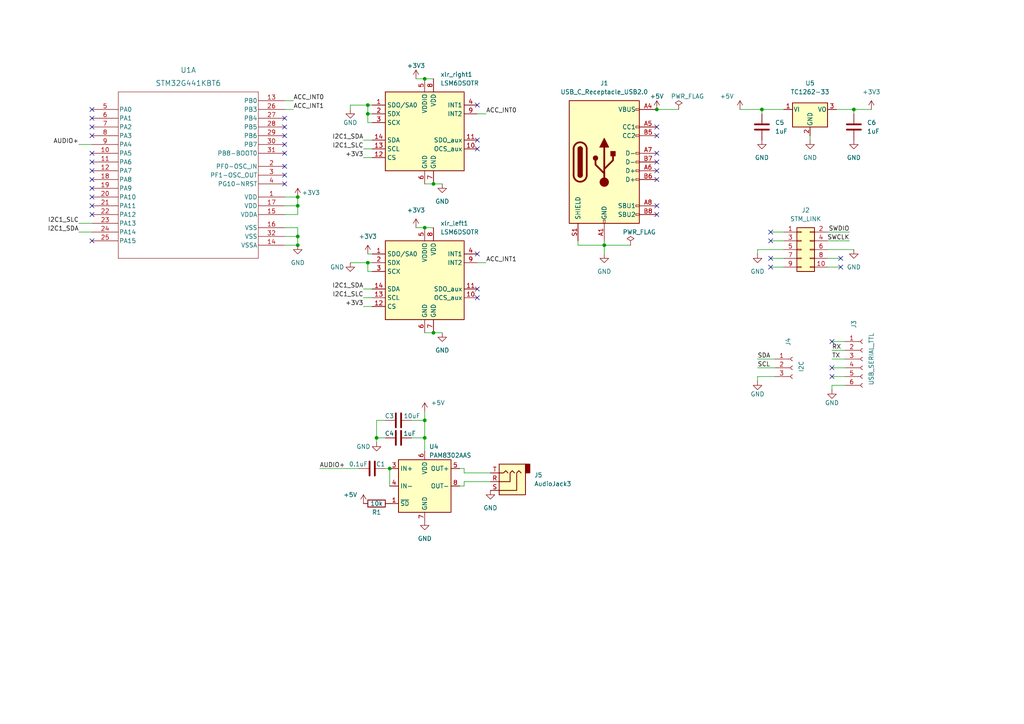
<source format=kicad_sch>
(kicad_sch (version 20211123) (generator eeschema)
  (paper "A4")
  (lib_symbols
    (symbol "Amplifier_Audio:PAM8302AAS"
      (property "Reference" "U" (at 7.62 11.43 0))
      (property "Value" "PAM8302AAS" (at 7.62 8.89 0))
      (symbol "PAM8302AAS_0_1"
        (rectangle (start -7.62 7.62) (end 7.62 -7.62) (stroke (width 0.254)) (fill (type background)))
      )
      (symbol "PAM8302AAS_1_1"
        (pin input line (at -10.16 -5.08 0) (length 2.54) (name "~{SD}") (number "1"))
        (pin no_connect line (at 7.62 -5.08 180) (length 2.54) hide (name "NC") (number "2"))
        (pin input line (at -10.16 5.08 0) (length 2.54) (name "IN+") (number "3"))
        (pin input line (at -10.16 0 0) (length 2.54) (name "IN-") (number "4"))
        (pin output line (at 10.16 5.08 180) (length 2.54) (name "OUT+") (number "5"))
        (pin power_in line (at 0 10.16 270) (length 2.54) (name "VDD") (number "6"))
        (pin power_in line (at 0 -10.16 90) (length 2.54) (name "GND") (number "7"))
        (pin output line (at 10.16 0 180) (length 2.54) (name "OUT-") (number "8"))
      )
    )
    (symbol "Connector:AudioJack3"
      (property "Reference" "J" (at 0 8.89 0))
      (property "Value" "AudioJack3" (at 0 6.35 0))
      (symbol "AudioJack3_0_1"
        (rectangle (start -5.08 -5.08) (end -6.35 -2.54) (stroke (width 0.254)) (fill (type outline)))
        (polyline (pts (xy 0 -2.54) (xy 0.635 -3.175) (xy 1.27 -2.54) (xy 2.54 -2.54)) (stroke (width 0.254)))
        (polyline (pts (xy -1.905 -2.54) (xy -1.27 -3.175) (xy -0.635 -2.54) (xy -0.635 0) (xy 2.54 0)) (stroke (width 0.254)))
        (polyline (pts (xy 2.54 2.54) (xy -2.54 2.54) (xy -2.54 -2.54) (xy -3.175 -3.175) (xy -3.81 -2.54)) (stroke (width 0.254)))
        (rectangle (start 2.54 3.81) (end -5.08 -5.08) (stroke (width 0.254)) (fill (type background)))
      )
      (symbol "AudioJack3_1_1"
        (pin passive line (at 5.08 0 180) (length 2.54) (name "~") (number "R"))
        (pin passive line (at 5.08 2.54 180) (length 2.54) (name "~") (number "S"))
        (pin passive line (at 5.08 -2.54 180) (length 2.54) (name "~") (number "T"))
      )
    )
    (symbol "Connector:Conn_01x03_Female" (pin_names (offset 1.016) hide)
      (property "Reference" "J" (at 0 5.08 0))
      (property "Value" "Conn_01x03_Female" (at 0 -5.08 0))
      (symbol "Conn_01x03_Female_1_1"
        (arc (start 0 -2.032) (mid -0.508 -2.54) (end 0 -3.048) (stroke (width 0.1524)))
        (polyline (pts (xy -1.27 -2.54) (xy -0.508 -2.54)) (stroke (width 0.1524)))
        (polyline (pts (xy -1.27 0) (xy -0.508 0)) (stroke (width 0.1524)))
        (polyline (pts (xy -1.27 2.54) (xy -0.508 2.54)) (stroke (width 0.1524)))
        (arc (start 0 0.508) (mid -0.508 0) (end 0 -0.508) (stroke (width 0.1524)))
        (arc (start 0 3.048) (mid -0.508 2.54) (end 0 2.032) (stroke (width 0.1524)))
        (pin passive line (at -5.08 2.54 0) (length 3.81) (name "Pin_1") (number "1"))
        (pin passive line (at -5.08 0 0) (length 3.81) (name "Pin_2") (number "2"))
        (pin passive line (at -5.08 -2.54 0) (length 3.81) (name "Pin_3") (number "3"))
      )
    )
    (symbol "Connector:Conn_01x06_Female" (pin_names (offset 1.016) hide)
      (property "Reference" "J" (at 0 7.62 0))
      (property "Value" "Conn_01x06_Female" (at 0 -10.16 0))
      (symbol "Conn_01x06_Female_1_1"
        (arc (start 0 -7.112) (mid -0.508 -7.62) (end 0 -8.128) (stroke (width 0.1524)))
        (arc (start 0 -4.572) (mid -0.508 -5.08) (end 0 -5.588) (stroke (width 0.1524)))
        (arc (start 0 -2.032) (mid -0.508 -2.54) (end 0 -3.048) (stroke (width 0.1524)))
        (polyline (pts (xy -1.27 -7.62) (xy -0.508 -7.62)) (stroke (width 0.1524)))
        (polyline (pts (xy -1.27 -5.08) (xy -0.508 -5.08)) (stroke (width 0.1524)))
        (polyline (pts (xy -1.27 -2.54) (xy -0.508 -2.54)) (stroke (width 0.1524)))
        (polyline (pts (xy -1.27 0) (xy -0.508 0)) (stroke (width 0.1524)))
        (polyline (pts (xy -1.27 2.54) (xy -0.508 2.54)) (stroke (width 0.1524)))
        (polyline (pts (xy -1.27 5.08) (xy -0.508 5.08)) (stroke (width 0.1524)))
        (arc (start 0 0.508) (mid -0.508 0) (end 0 -0.508) (stroke (width 0.1524)))
        (arc (start 0 3.048) (mid -0.508 2.54) (end 0 2.032) (stroke (width 0.1524)))
        (arc (start 0 5.588) (mid -0.508 5.08) (end 0 4.572) (stroke (width 0.1524)))
        (pin passive line (at -5.08 5.08 0) (length 3.81) (name "Pin_1") (number "1"))
        (pin passive line (at -5.08 2.54 0) (length 3.81) (name "Pin_2") (number "2"))
        (pin passive line (at -5.08 0 0) (length 3.81) (name "Pin_3") (number "3"))
        (pin passive line (at -5.08 -2.54 0) (length 3.81) (name "Pin_4") (number "4"))
        (pin passive line (at -5.08 -5.08 0) (length 3.81) (name "Pin_5") (number "5"))
        (pin passive line (at -5.08 -7.62 0) (length 3.81) (name "Pin_6") (number "6"))
      )
    )
    (symbol "Connector:USB_C_Receptacle_USB2.0" (pin_names (offset 1.016))
      (property "Reference" "J" (at -10.16 19.05 0))
      (property "Value" "USB_C_Receptacle_USB2.0" (at 19.05 19.05 0))
      (symbol "USB_C_Receptacle_USB2.0_0_0"
        (rectangle (start -0.254 -17.78) (end 0.254 -16.764))
        (rectangle (start 10.16 -14.986) (end 9.144 -15.494))
        (rectangle (start 10.16 -12.446) (end 9.144 -12.954))
        (rectangle (start 10.16 -4.826) (end 9.144 -5.334))
        (rectangle (start 10.16 -2.286) (end 9.144 -2.794))
        (rectangle (start 10.16 0.254) (end 9.144 -0.254))
        (rectangle (start 10.16 2.794) (end 9.144 2.286))
        (rectangle (start 10.16 7.874) (end 9.144 7.366))
        (rectangle (start 10.16 10.414) (end 9.144 9.906))
        (rectangle (start 10.16 15.494) (end 9.144 14.986))
      )
      (symbol "USB_C_Receptacle_USB2.0_0_1"
        (rectangle (start -10.16 17.78) (end 10.16 -17.78) (stroke (width 0.254)) (fill (type background)))
        (arc (start -8.89 -3.81) (mid -6.985 -5.715) (end -5.08 -3.81) (stroke (width 0.508)))
        (arc (start -7.62 -3.81) (mid -6.985 -4.445) (end -6.35 -3.81) (stroke (width 0.254)))
        (arc (start -7.62 -3.81) (mid -6.985 -4.445) (end -6.35 -3.81) (stroke (width 0.254)) (fill (type outline)))
        (rectangle (start -7.62 -3.81) (end -6.35 3.81) (stroke (width 0.254)) (fill (type outline)))
        (arc (start -6.35 3.81) (mid -6.985 4.445) (end -7.62 3.81) (stroke (width 0.254)))
        (arc (start -6.35 3.81) (mid -6.985 4.445) (end -7.62 3.81) (stroke (width 0.254)) (fill (type outline)))
        (arc (start -5.08 3.81) (mid -6.985 5.715) (end -8.89 3.81) (stroke (width 0.508)))
        (circle (center -2.54 1.143) (radius 0.635) (stroke (width 0.254)) (fill (type outline)))
        (circle (center 0 -5.842) (radius 1.27) (fill (type outline)))
        (polyline (pts (xy -8.89 -3.81) (xy -8.89 3.81)) (stroke (width 0.508)))
        (polyline (pts (xy -5.08 3.81) (xy -5.08 -3.81)) (stroke (width 0.508)))
        (polyline (pts (xy 0 -5.842) (xy 0 4.318)) (stroke (width 0.508)))
        (polyline (pts (xy 0 -3.302) (xy -2.54 -0.762) (xy -2.54 0.508)) (stroke (width 0.508)))
        (polyline (pts (xy 0 -2.032) (xy 2.54 0.508) (xy 2.54 1.778)) (stroke (width 0.508)))
        (polyline (pts (xy -1.27 4.318) (xy 0 6.858) (xy 1.27 4.318) (xy -1.27 4.318)) (stroke (width 0.254)) (fill (type outline)))
        (rectangle (start 1.905 1.778) (end 3.175 3.048) (stroke (width 0.254)) (fill (type outline)))
      )
      (symbol "USB_C_Receptacle_USB2.0_1_1"
        (pin passive line (at 0 -22.86 90) (length 5.08) (name "GND") (number "A1"))
        (pin passive line (at 0 -22.86 90) (length 5.08) hide (name "GND") (number "A12"))
        (pin passive line (at 15.24 15.24 180) (length 5.08) (name "VBUS") (number "A4"))
        (pin bidirectional line (at 15.24 10.16 180) (length 5.08) (name "CC1") (number "A5"))
        (pin bidirectional line (at 15.24 -2.54 180) (length 5.08) (name "D+") (number "A6"))
        (pin bidirectional line (at 15.24 2.54 180) (length 5.08) (name "D-") (number "A7"))
        (pin bidirectional line (at 15.24 -12.7 180) (length 5.08) (name "SBU1") (number "A8"))
        (pin passive line (at 15.24 15.24 180) (length 5.08) hide (name "VBUS") (number "A9"))
        (pin passive line (at 0 -22.86 90) (length 5.08) hide (name "GND") (number "B1"))
        (pin passive line (at 0 -22.86 90) (length 5.08) hide (name "GND") (number "B12"))
        (pin passive line (at 15.24 15.24 180) (length 5.08) hide (name "VBUS") (number "B4"))
        (pin bidirectional line (at 15.24 7.62 180) (length 5.08) (name "CC2") (number "B5"))
        (pin bidirectional line (at 15.24 -5.08 180) (length 5.08) (name "D+") (number "B6"))
        (pin bidirectional line (at 15.24 0 180) (length 5.08) (name "D-") (number "B7"))
        (pin bidirectional line (at 15.24 -15.24 180) (length 5.08) (name "SBU2") (number "B8"))
        (pin passive line (at 15.24 15.24 180) (length 5.08) hide (name "VBUS") (number "B9"))
        (pin passive line (at -7.62 -22.86 90) (length 5.08) (name "SHIELD") (number "S1"))
      )
    )
    (symbol "Connector_Generic:Conn_02x05_Odd_Even" (pin_names (offset 1.016) hide)
      (property "Reference" "J" (at 1.27 7.62 0))
      (property "Value" "Conn_02x05_Odd_Even" (at 1.27 -7.62 0))
      (symbol "Conn_02x05_Odd_Even_1_1"
        (rectangle (start -1.27 -4.953) (end 0 -5.207) (stroke (width 0.1524)))
        (rectangle (start -1.27 -2.413) (end 0 -2.667) (stroke (width 0.1524)))
        (rectangle (start -1.27 0.127) (end 0 -0.127) (stroke (width 0.1524)))
        (rectangle (start -1.27 2.667) (end 0 2.413) (stroke (width 0.1524)))
        (rectangle (start -1.27 5.207) (end 0 4.953) (stroke (width 0.1524)))
        (rectangle (start -1.27 6.35) (end 3.81 -6.35) (stroke (width 0.254)) (fill (type background)))
        (rectangle (start 3.81 -4.953) (end 2.54 -5.207) (stroke (width 0.1524)))
        (rectangle (start 3.81 -2.413) (end 2.54 -2.667) (stroke (width 0.1524)))
        (rectangle (start 3.81 0.127) (end 2.54 -0.127) (stroke (width 0.1524)))
        (rectangle (start 3.81 2.667) (end 2.54 2.413) (stroke (width 0.1524)))
        (rectangle (start 3.81 5.207) (end 2.54 4.953) (stroke (width 0.1524)))
        (pin passive line (at -5.08 5.08 0) (length 3.81) (name "Pin_1") (number "1"))
        (pin passive line (at 7.62 -5.08 180) (length 3.81) (name "Pin_10") (number "10"))
        (pin passive line (at 7.62 5.08 180) (length 3.81) (name "Pin_2") (number "2"))
        (pin passive line (at -5.08 2.54 0) (length 3.81) (name "Pin_3") (number "3"))
        (pin passive line (at 7.62 2.54 180) (length 3.81) (name "Pin_4") (number "4"))
        (pin passive line (at -5.08 0 0) (length 3.81) (name "Pin_5") (number "5"))
        (pin passive line (at 7.62 0 180) (length 3.81) (name "Pin_6") (number "6"))
        (pin passive line (at -5.08 -2.54 0) (length 3.81) (name "Pin_7") (number "7"))
        (pin passive line (at 7.62 -2.54 180) (length 3.81) (name "Pin_8") (number "8"))
        (pin passive line (at -5.08 -5.08 0) (length 3.81) (name "Pin_9") (number "9"))
      )
    )
    (symbol "Device:C" (pin_numbers hide) (pin_names (offset 0.254))
      (property "Reference" "C" (at 0.635 2.54 0))
      (property "Value" "C" (at 0.635 -2.54 0))
      (symbol "C_0_1"
        (polyline (pts (xy -2.032 -0.762) (xy 2.032 -0.762)) (stroke (width 0.508)))
        (polyline (pts (xy -2.032 0.762) (xy 2.032 0.762)) (stroke (width 0.508)))
      )
      (symbol "C_1_1"
        (pin passive line (at 0 3.81 270) (length 2.794) (name "~") (number "1"))
        (pin passive line (at 0 -3.81 90) (length 2.794) (name "~") (number "2"))
      )
    )
    (symbol "Device:R" (pin_numbers hide) (pin_names (offset 0))
      (property "Reference" "R" (at 2.032 0 90))
      (property "Value" "R" (at 0 0 90))
      (symbol "R_0_1"
        (rectangle (start -1.016 -2.54) (end 1.016 2.54) (stroke (width 0.254)))
      )
      (symbol "R_1_1"
        (pin passive line (at 0 3.81 270) (length 1.27) (name "~") (number "1"))
        (pin passive line (at 0 -3.81 90) (length 1.27) (name "~") (number "2"))
      )
    )
    (symbol "LSM6DSOTR_1"
      (property "Reference" "xlr_right1" (at 4.5594 16.51 0))
      (property "Value" "LSM6DSOTR_1" (at 4.5594 13.97 0))
      (symbol "LSM6DSOTR_1_0_1"
        (rectangle (start 11.43 11.43) (end -11.43 -11.43) (stroke (width 0.254)) (fill (type background)))
      )
      (symbol "LSM6DSOTR_1_1_1"
        (pin input line (at -15.24 7.62 0) (length 3.81) (name "SDO/SA0") (number "1"))
        (pin bidirectional line (at 15.24 -5.08 180) (length 3.81) (name "OCS_aux") (number "10"))
        (pin bidirectional line (at 15.24 -2.54 180) (length 3.81) (name "SDO_aux") (number "11"))
        (pin input line (at -15.24 -7.62 0) (length 3.81) (name "CS") (number "12"))
        (pin input line (at -15.24 -5.08 0) (length 3.81) (name "SCL") (number "13"))
        (pin bidirectional line (at -15.24 -2.54 0) (length 3.81) (name "SDA") (number "14"))
        (pin input line (at -15.24 5.08 0) (length 3.81) (name "SDX") (number "2"))
        (pin input line (at -15.24 2.54 0) (length 3.81) (name "SCX") (number "3"))
        (pin output line (at 15.24 7.62 180) (length 3.81) (name "INT1") (number "4"))
        (pin power_in line (at 0 15.24 270) (length 3.81) (name "VDDIO") (number "5"))
        (pin power_in line (at 0 -15.24 90) (length 3.81) (name "GND") (number "6"))
        (pin power_in line (at 2.54 -15.24 90) (length 3.81) (name "GND") (number "7"))
        (pin power_in line (at 2.54 15.24 270) (length 3.81) (name "VDD") (number "8"))
        (pin output line (at 15.24 5.08 180) (length 3.81) (name "INT2") (number "9"))
      )
    )
    (symbol "MCU_ST_STM32G4:STM32G441KBT6" (pin_names (offset 0.254))
      (property "Reference" "U1" (at 27.94 11.43 0))
      (property "Value" "STM32G441KBT6" (at 27.94 7.62 0))
      (symbol "STM32G441KBT6_1_1"
        (polyline (pts (xy 7.62 -43.18) (xy 48.26 -43.18)) (stroke (width 0.127)))
        (polyline (pts (xy 7.62 5.08) (xy 7.62 -43.18)) (stroke (width 0.127)))
        (polyline (pts (xy 48.26 -43.18) (xy 48.26 5.08)) (stroke (width 0.127)))
        (polyline (pts (xy 48.26 5.08) (xy 7.62 5.08)) (stroke (width 0.127)))
        (pin power_in line (at 55.88 -25.4 180) (length 7.62) (name "VDD") (number "1"))
        (pin bidirectional line (at 0 -12.7 0) (length 7.62) (name "PA5") (number "10"))
        (pin bidirectional line (at 0 -15.24 0) (length 7.62) (name "PA6") (number "11"))
        (pin bidirectional line (at 0 -17.78 0) (length 7.62) (name "PA7") (number "12"))
        (pin bidirectional line (at 55.88 2.54 180) (length 7.62) (name "PB0") (number "13"))
        (pin power_in line (at 55.88 -39.37 180) (length 7.62) (name "VSSA") (number "14"))
        (pin power_in line (at 55.88 -30.48 180) (length 7.62) (name "VDDA") (number "15"))
        (pin power_in line (at 55.88 -34.29 180) (length 7.62) (name "VSS") (number "16"))
        (pin power_in line (at 55.88 -27.94 180) (length 7.62) (name "VDD") (number "17"))
        (pin bidirectional line (at 0 -20.32 0) (length 7.62) (name "PA8") (number "18"))
        (pin bidirectional line (at 0 -22.86 0) (length 7.62) (name "PA9") (number "19"))
        (pin bidirectional line (at 55.88 -16.51 180) (length 7.62) (name "PF0-OSC_IN") (number "2"))
        (pin bidirectional line (at 0 -25.4 0) (length 7.62) (name "PA10") (number "20"))
        (pin bidirectional line (at 0 -27.94 0) (length 7.62) (name "PA11") (number "21"))
        (pin bidirectional line (at 0 -30.48 0) (length 7.62) (name "PA12") (number "22"))
        (pin bidirectional line (at 0 -33.02 0) (length 7.62) (name "PA13") (number "23"))
        (pin bidirectional line (at 0 -35.56 0) (length 7.62) (name "PA14") (number "24"))
        (pin bidirectional line (at 0 -38.1 0) (length 7.62) (name "PA15") (number "25"))
        (pin bidirectional line (at 55.88 0 180) (length 7.62) (name "PB3") (number "26"))
        (pin bidirectional line (at 55.88 -2.54 180) (length 7.62) (name "PB4") (number "27"))
        (pin bidirectional line (at 55.88 -5.08 180) (length 7.62) (name "PB5") (number "28"))
        (pin bidirectional line (at 55.88 -7.62 180) (length 7.62) (name "PB6") (number "29"))
        (pin bidirectional line (at 55.88 -19.05 180) (length 7.62) (name "PF1-OSC_OUT") (number "3"))
        (pin bidirectional line (at 55.88 -10.16 180) (length 7.62) (name "PB7") (number "30"))
        (pin bidirectional line (at 55.88 -12.7 180) (length 7.62) (name "PB8-BOOT0") (number "31"))
        (pin power_in line (at 55.88 -36.83 180) (length 7.62) (name "VSS") (number "32"))
        (pin bidirectional line (at 55.88 -21.59 180) (length 7.62) (name "PG10-NRST") (number "4"))
        (pin bidirectional line (at 0 0 0) (length 7.62) (name "PA0") (number "5"))
        (pin bidirectional line (at 0 -2.54 0) (length 7.62) (name "PA1") (number "6"))
        (pin bidirectional line (at 0 -5.08 0) (length 7.62) (name "PA2") (number "7"))
        (pin bidirectional line (at 0 -7.62 0) (length 7.62) (name "PA3") (number "8"))
        (pin bidirectional line (at 0 -10.16 0) (length 7.62) (name "PA4") (number "9"))
      )
      (symbol "STM32G441KBT6_2_1"
        (polyline (pts (xy 7.62 -12.7) (xy 33.02 -12.7)) (stroke (width 0.127)))
        (polyline (pts (xy 7.62 5.08) (xy 7.62 -12.7)) (stroke (width 0.127)))
        (polyline (pts (xy 33.02 -12.7) (xy 33.02 5.08)) (stroke (width 0.127)))
        (polyline (pts (xy 33.02 5.08) (xy 7.62 5.08)) (stroke (width 0.127)))
        (pin power_in line (at 0 0 0) (length 7.62) (name "VDD") (number "1"))
        (pin power_in line (at 40.64 -7.62 180) (length 7.62) (name "VSSA") (number "14"))
        (pin power_in line (at 0 -7.62 0) (length 7.62) (name "VDDA") (number "15"))
        (pin power_in line (at 40.64 0 180) (length 7.62) (name "VSS") (number "16"))
        (pin power_in line (at 0 -2.54 0) (length 7.62) (name "VDD") (number "17"))
        (pin power_in line (at 40.64 -2.54 180) (length 7.62) (name "VSS") (number "32"))
      )
    )
    (symbol "Regulator_Linear:TC1262-33" (pin_names (offset 0.254))
      (property "Reference" "U" (at -3.81 3.175 0))
      (property "Value" "TC1262-33" (at 0 3.175 0))
      (symbol "TC1262-33_1_1"
        (rectangle (start -5.08 1.905) (end 5.08 -5.08) (stroke (width 0.254)) (fill (type background)))
        (pin power_in line (at -7.62 0 0) (length 2.54) (name "VI") (number "1"))
        (pin power_in line (at 0 -7.62 90) (length 2.54) (name "GND") (number "2"))
        (pin power_out line (at 7.62 0 180) (length 2.54) (name "VO") (number "3"))
      )
    )
    (symbol "Sensor_Motion:LSM6DSOTR"
      (property "Reference" "xlr_left1" (at 4.5594 16.51 0))
      (property "Value" "LSM6DSOTR" (at 4.5594 13.97 0))
      (symbol "LSM6DSOTR_0_1"
        (rectangle (start 11.43 11.43) (end -11.43 -11.43) (stroke (width 0.254)) (fill (type background)))
      )
      (symbol "LSM6DSOTR_1_1"
        (pin input line (at -15.24 7.62 0) (length 3.81) (name "SDO/SA0") (number "1"))
        (pin bidirectional line (at 15.24 -5.08 180) (length 3.81) (name "OCS_aux") (number "10"))
        (pin bidirectional line (at 15.24 -2.54 180) (length 3.81) (name "SDO_aux") (number "11"))
        (pin input line (at -15.24 -7.62 0) (length 3.81) (name "CS") (number "12"))
        (pin input line (at -15.24 -5.08 0) (length 3.81) (name "SCL") (number "13"))
        (pin bidirectional line (at -15.24 -2.54 0) (length 3.81) (name "SDA") (number "14"))
        (pin input line (at -15.24 5.08 0) (length 3.81) (name "SDX") (number "2"))
        (pin input line (at -15.24 2.54 0) (length 3.81) (name "SCX") (number "3"))
        (pin output line (at 15.24 7.62 180) (length 3.81) (name "INT1") (number "4"))
        (pin power_in line (at 0 15.24 270) (length 3.81) (name "VDDIO") (number "5"))
        (pin power_in line (at 0 -15.24 90) (length 3.81) (name "GND") (number "6"))
        (pin power_in line (at 2.54 -15.24 90) (length 3.81) (name "GND") (number "7"))
        (pin power_in line (at 2.54 15.24 270) (length 3.81) (name "VDD") (number "8"))
        (pin output line (at 15.24 5.08 180) (length 3.81) (name "INT2") (number "9"))
      )
    )
    (symbol "power:+3V3" (power) (pin_names (offset 0))
      (property "Value" "+3V3" (at 0 3.556 0))
      (symbol "+3V3_0_1"
        (polyline (pts (xy -0.762 1.27) (xy 0 2.54)))
        (polyline (pts (xy 0 0) (xy 0 2.54)))
        (polyline (pts (xy 0 2.54) (xy 0.762 1.27)))
      )
      (symbol "+3V3_1_1"
        (pin power_in line (at 0 0 90) (length 0) hide (name "+3V3") (number "1"))
      )
    )
    (symbol "power:+5V" (power) (pin_names (offset 0))
      (property "Value" "+5V" (at 0 3.556 0))
      (symbol "+5V_0_1"
        (polyline (pts (xy -0.762 1.27) (xy 0 2.54)))
        (polyline (pts (xy 0 0) (xy 0 2.54)))
        (polyline (pts (xy 0 2.54) (xy 0.762 1.27)))
      )
      (symbol "+5V_1_1"
        (pin power_in line (at 0 0 90) (length 0) hide (name "+5V") (number "1"))
      )
    )
    (symbol "power:GND" (power) (pin_names (offset 0))
      (property "Value" "GND" (at 0 -3.81 0))
      (symbol "GND_0_1"
        (polyline (pts (xy 0 0) (xy 0 -1.27) (xy 1.27 -1.27) (xy 0 -2.54) (xy -1.27 -1.27) (xy 0 -1.27)))
      )
      (symbol "GND_1_1"
        (pin power_in line (at 0 0 270) (length 0) hide (name "GND") (number "1"))
      )
    )
    (symbol "power:PWR_FLAG" (power) (pin_numbers hide) (pin_names (offset 0) hide)
      (property "Value" "PWR_FLAG" (at 0 3.81 0))
      (symbol "PWR_FLAG_0_0"
        (pin power_out line (at 0 0 90) (length 0) (name "pwr") (number "1"))
      )
      (symbol "PWR_FLAG_0_1"
        (polyline (pts (xy 0 0) (xy 0 1.27) (xy -1.016 1.905) (xy 0 2.54) (xy 1.016 1.905) (xy 0 1.27)))
      )
    )
  )
  (junction (at 106.68 30.48))
  (junction (at 113.03 135.89))
  (junction (at 86.36 59.69))
  (junction (at 106.68 33.02))
  (junction (at 123.19 66.04))
  (junction (at 86.36 57.15))
  (junction (at 125.73 53.34))
  (junction (at 123.19 121.92))
  (junction (at 175.26 71.12))
  (junction (at 190.5 31.75))
  (junction (at 247.65 31.75))
  (junction (at 123.19 127))
  (junction (at 86.36 68.58))
  (junction (at 125.73 96.52))
  (junction (at 123.19 22.86))
  (junction (at 86.36 71.12))
  (junction (at 109.22 127))
  (junction (at 106.68 76.2))
  (junction (at 220.98 31.75))
  (no_connect (at 190.5 44.45))
  (no_connect (at 26.67 59.69))
  (no_connect (at 82.55 41.91))
  (no_connect (at 190.5 36.83))
  (no_connect (at 190.5 52.07))
  (no_connect (at 243.84 77.47))
  (no_connect (at 223.52 74.93))
  (no_connect (at 138.43 40.64))
  (no_connect (at 138.43 43.18))
  (no_connect (at 138.43 83.82))
  (no_connect (at 138.43 86.36))
  (no_connect (at 26.67 34.29))
  (no_connect (at 26.67 31.75))
  (no_connect (at 26.67 39.37))
  (no_connect (at 26.67 36.83))
  (no_connect (at 243.84 74.93))
  (no_connect (at 26.67 69.85))
  (no_connect (at 26.67 52.07))
  (no_connect (at 241.3 109.22))
  (no_connect (at 138.43 73.66))
  (no_connect (at 82.55 36.83))
  (no_connect (at 138.43 30.48))
  (no_connect (at 26.67 57.15))
  (no_connect (at 241.3 99.06))
  (no_connect (at 190.5 59.69))
  (no_connect (at 190.5 49.53))
  (no_connect (at 26.67 46.99))
  (no_connect (at 26.67 54.61))
  (no_connect (at 190.5 62.23))
  (no_connect (at 223.52 77.47))
  (no_connect (at 223.52 67.31))
  (no_connect (at 82.55 48.26))
  (no_connect (at 82.55 53.34))
  (no_connect (at 82.55 34.29))
  (no_connect (at 241.3 106.68))
  (no_connect (at 82.55 44.45))
  (no_connect (at 190.5 39.37))
  (no_connect (at 82.55 39.37))
  (no_connect (at 82.55 50.8))
  (no_connect (at 26.67 44.45))
  (no_connect (at 26.67 49.53))
  (no_connect (at 190.5 46.99))
  (no_connect (at 26.67 62.23))
  (no_connect (at 223.52 69.85))
  (wire (pts (xy 241.3 99.06) (xy 245.11 99.06)))
  (wire (pts (xy 106.68 30.48) (xy 106.68 33.02)))
  (wire (pts (xy 220.98 31.75) (xy 227.33 31.75)))
  (wire (pts (xy 167.64 71.12) (xy 167.64 69.85)))
  (wire (pts (xy 82.55 66.04) (xy 86.36 66.04)))
  (wire (pts (xy 123.19 66.04) (xy 125.73 66.04)))
  (wire (pts (xy 138.43 76.2) (xy 140.97 76.2)))
  (wire (pts (xy 241.3 111.76) (xy 245.11 111.76)))
  (wire (pts (xy 223.52 77.47) (xy 227.33 77.47)))
  (wire (pts (xy 22.86 64.77) (xy 26.67 64.77)))
  (wire (pts (xy 220.98 31.75) (xy 220.98 33.02)))
  (wire (pts (xy 109.22 127) (xy 109.22 128.27)))
  (wire (pts (xy 105.41 43.18) (xy 107.95 43.18)))
  (wire (pts (xy 82.55 71.12) (xy 86.36 71.12)))
  (wire (pts (xy 82.55 29.21) (xy 85.09 29.21)))
  (wire (pts (xy 82.55 31.75) (xy 85.09 31.75)))
  (wire (pts (xy 240.03 72.39) (xy 247.65 72.39)))
  (wire (pts (xy 219.71 104.14) (xy 224.79 104.14)))
  (wire (pts (xy 241.3 113.03) (xy 241.3 111.76)))
  (wire (pts (xy 101.6 30.48) (xy 101.6 31.75)))
  (wire (pts (xy 246.38 67.31) (xy 240.03 67.31)))
  (wire (pts (xy 241.3 106.68) (xy 245.11 106.68)))
  (wire (pts (xy 119.38 121.92) (xy 123.19 121.92)))
  (wire (pts (xy 105.41 83.82) (xy 107.95 83.82)))
  (wire (pts (xy 241.3 109.22) (xy 245.11 109.22)))
  (wire (pts (xy 120.65 22.86) (xy 123.19 22.86)))
  (wire (pts (xy 101.6 76.2) (xy 106.68 76.2)))
  (wire (pts (xy 82.55 57.15) (xy 86.36 57.15)))
  (wire (pts (xy 167.64 71.12) (xy 175.26 71.12)))
  (wire (pts (xy 219.71 73.66) (xy 219.71 72.39)))
  (wire (pts (xy 107.95 30.48) (xy 106.68 30.48)))
  (wire (pts (xy 246.38 69.85) (xy 240.03 69.85)))
  (wire (pts (xy 86.36 62.23) (xy 82.55 62.23)))
  (wire (pts (xy 107.95 33.02) (xy 106.68 33.02)))
  (wire (pts (xy 134.62 139.7) (xy 142.24 139.7)))
  (wire (pts (xy 86.36 68.58) (xy 86.36 71.12)))
  (wire (pts (xy 123.19 127) (xy 123.19 130.81)))
  (wire (pts (xy 138.43 33.02) (xy 140.97 33.02)))
  (wire (pts (xy 214.63 31.75) (xy 220.98 31.75)))
  (wire (pts (xy 190.5 31.75) (xy 196.85 31.75)))
  (wire (pts (xy 92.71 135.89) (xy 104.14 135.89)))
  (wire (pts (xy 119.38 127) (xy 123.19 127)))
  (wire (pts (xy 219.71 106.68) (xy 224.79 106.68)))
  (wire (pts (xy 123.19 96.52) (xy 125.73 96.52)))
  (wire (pts (xy 133.35 140.97) (xy 134.62 140.97)))
  (wire (pts (xy 22.86 41.91) (xy 26.67 41.91)))
  (wire (pts (xy 247.65 31.75) (xy 252.73 31.75)))
  (wire (pts (xy 125.73 53.34) (xy 128.27 53.34)))
  (wire (pts (xy 109.22 121.92) (xy 109.22 127)))
  (wire (pts (xy 133.35 135.89) (xy 134.62 135.89)))
  (wire (pts (xy 106.68 33.02) (xy 106.68 35.56)))
  (wire (pts (xy 123.19 53.34) (xy 125.73 53.34)))
  (wire (pts (xy 123.19 119.38) (xy 123.19 121.92)))
  (wire (pts (xy 107.95 35.56) (xy 106.68 35.56)))
  (wire (pts (xy 86.36 57.15) (xy 86.36 59.69)))
  (wire (pts (xy 241.3 101.6) (xy 245.11 101.6)))
  (wire (pts (xy 106.68 76.2) (xy 106.68 78.74)))
  (wire (pts (xy 109.22 127) (xy 111.76 127)))
  (wire (pts (xy 247.65 31.75) (xy 247.65 33.02)))
  (wire (pts (xy 223.52 67.31) (xy 227.33 67.31)))
  (wire (pts (xy 105.41 45.72) (xy 107.95 45.72)))
  (wire (pts (xy 219.71 110.49) (xy 219.71 109.22)))
  (wire (pts (xy 107.95 78.74) (xy 106.68 78.74)))
  (wire (pts (xy 240.03 77.47) (xy 243.84 77.47)))
  (wire (pts (xy 111.76 135.89) (xy 113.03 135.89)))
  (wire (pts (xy 219.71 109.22) (xy 224.79 109.22)))
  (wire (pts (xy 134.62 135.89) (xy 134.62 137.16)))
  (wire (pts (xy 86.36 59.69) (xy 86.36 62.23)))
  (wire (pts (xy 223.52 69.85) (xy 227.33 69.85)))
  (wire (pts (xy 234.95 40.64) (xy 234.95 39.37)))
  (wire (pts (xy 134.62 140.97) (xy 134.62 139.7)))
  (wire (pts (xy 22.86 67.31) (xy 26.67 67.31)))
  (wire (pts (xy 107.95 76.2) (xy 106.68 76.2)))
  (wire (pts (xy 107.95 73.66) (xy 106.68 73.66)))
  (wire (pts (xy 109.22 121.92) (xy 111.76 121.92)))
  (wire (pts (xy 120.65 66.04) (xy 123.19 66.04)))
  (wire (pts (xy 123.19 22.86) (xy 125.73 22.86)))
  (wire (pts (xy 125.73 96.52) (xy 128.27 96.52)))
  (wire (pts (xy 175.26 71.12) (xy 182.88 71.12)))
  (wire (pts (xy 223.52 74.93) (xy 227.33 74.93)))
  (wire (pts (xy 105.41 40.64) (xy 107.95 40.64)))
  (wire (pts (xy 243.84 74.93) (xy 240.03 74.93)))
  (wire (pts (xy 242.57 31.75) (xy 247.65 31.75)))
  (wire (pts (xy 219.71 72.39) (xy 227.33 72.39)))
  (wire (pts (xy 134.62 137.16) (xy 142.24 137.16)))
  (wire (pts (xy 106.68 30.48) (xy 101.6 30.48)))
  (wire (pts (xy 175.26 73.66) (xy 175.26 71.12)))
  (wire (pts (xy 82.55 68.58) (xy 86.36 68.58)))
  (wire (pts (xy 175.26 71.12) (xy 175.26 69.85)))
  (wire (pts (xy 86.36 66.04) (xy 86.36 68.58)))
  (wire (pts (xy 105.41 88.9) (xy 107.95 88.9)))
  (wire (pts (xy 241.3 104.14) (xy 245.11 104.14)))
  (wire (pts (xy 123.19 121.92) (xy 123.19 127)))
  (wire (pts (xy 86.36 59.69) (xy 82.55 59.69)))
  (wire (pts (xy 113.03 135.89) (xy 113.03 140.97)))
  (wire (pts (xy 105.41 86.36) (xy 107.95 86.36)))
  (label "I2C1_SLC" (at 105.41 43.18 180))
  (label "I2C1_SDA" (at 105.41 40.64 180))
  (label "AUDIO+" (at 22.86 41.91 180))
  (label "SWCLK" (at 246.38 69.85 180))
  (label "I2C1_SDA" (at 105.41 83.82 180))
  (label "I2C1_SDA" (at 22.86 67.31 180))
  (label "+3V3" (at 105.41 45.72 180))
  (label "I2C1_SLC" (at 105.41 86.36 180))
  (label "ACC_INT1" (at 140.97 76.2 0))
  (label "AUDIO+" (at 92.71 135.89 0))
  (label "TX" (at 241.3 104.14 0))
  (label "SWDIO" (at 246.38 67.31 180))
  (label "I2C1_SLC" (at 22.86 64.77 180))
  (label "+3V3" (at 105.41 88.9 180))
  (label "ACC_INT0" (at 140.97 33.02 0))
  (label "SCL" (at 219.71 106.68 0))
  (label "SDA" (at 219.71 104.14 0))
  (label "ACC_INT0" (at 85.09 29.21 0))
  (label "RX" (at 241.3 101.6 0))
  (label "ACC_INT1" (at 85.09 31.75 0))
  (symbol (lib_id "power:GND") (at 241.3 113.03 0) (unit 1)
    (property "Reference" "#PWR05" (effects hide))
    (property "Value" "GND" (at 241.3 116.84 0))
  )
  (symbol (lib_name "LSM6DSOTR_1") (lib_id "Sensor_Motion:LSM6DSOTR") (at 123.19 38.1 0) (unit 1)
    (property "Reference" "xlr_right1" (at 127.7494 21.59 0) (effects (justify left)))
    (property "Value" "LSM6DSOTR" (at 127.7494 24.13 0) (effects (justify left)))
    (property "Footprint" "Package_LGA:LGA-14_3x2.5mm_P0.5mm_LayoutBorder3x4y" (effects hide))
    (property "Datasheet" "www.st.com/resource/en/datasheet/lsm6ds3.pdf" (effects hide))
  )
  (symbol (lib_id "power:+3V3") (at 106.68 73.66 0) (unit 1)
    (property "Reference" "#PWR0109" (effects hide))
    (property "Value" "+3V3" (at 106.68 68.58 0))
  )
  (symbol (lib_id "power:GND") (at 175.26 73.66 0) (unit 1)
    (property "Reference" "#PWR01" (effects hide))
    (property "Value" "GND" (at 175.26 78.74 0))
  )
  (symbol (lib_id "power:GND") (at 220.98 40.64 0) (unit 1)
    (property "Reference" "#PWR07" (effects hide))
    (property "Value" "GND" (at 220.98 45.72 0))
  )
  (symbol (lib_id "power:GND") (at 247.65 72.39 0) (unit 1)
    (property "Reference" "#PWR09" (effects hide))
    (property "Value" "GND" (at 247.65 77.47 0))
  )
  (symbol (lib_id "power:+5V") (at 105.41 146.05 0) (unit 1)
    (property "Reference" "#PWR0113" (effects hide))
    (property "Value" "+5V" (at 101.6 143.51 0))
  )
  (symbol (lib_id "power:GND") (at 101.6 31.75 0) (mirror y) (unit 1)
    (property "Reference" "#PWR0103" (effects hide))
    (property "Value" "GND" (at 101.6 35.56 0))
  )
  (symbol (lib_id "power:GND") (at 109.22 128.27 0) (unit 1)
    (property "Reference" "#PWR0114" (effects hide))
    (property "Value" "GND" (at 105.41 129.54 0))
  )
  (symbol (lib_id "power:+5V") (at 190.5 31.75 0) (unit 1)
    (property "Reference" "#PWR02" (effects hide))
    (property "Value" "+5V" (at 190.5 27.94 0))
  )
  (symbol (lib_id "Connector:Conn_01x06_Female") (at 250.19 104.14 0) (unit 1)
    (property "Reference" "J3" (at 247.65 95.25 90) (effects (justify left)))
    (property "Value" "USB_SERIAL_TTL" (at 252.73 111.76 90) (effects (justify left)))
    (property "Footprint" "Connector_PinHeader_2.54mm:PinHeader_1x06_P2.54mm_Vertical" (effects hide))
  )
  (symbol (lib_id "Amplifier_Audio:PAM8302AAS") (at 123.19 140.97 0) (unit 1)
    (property "Reference" "U4" (at 124.46 129.54 0) (effects (justify left)))
    (property "Value" "PAM8302AAS" (at 124.46 132.08 0) (effects (justify left)))
    (property "Footprint" "Package_SO:SO-8_3.9x4.9mm_P1.27mm" (effects hide))
    (property "Datasheet" "https://www.diodes.com/assets/Datasheets/PAM8302A.pdf" (effects hide))
  )
  (symbol (lib_id "power:GND") (at 128.27 96.52 0) (unit 1)
    (property "Reference" "#PWR0110" (effects hide))
    (property "Value" "GND" (at 128.27 101.6 0))
  )
  (symbol (lib_id "power:+3V3") (at 86.36 57.15 0) (unit 1)
    (property "Reference" "#PWR0107" (effects hide))
    (property "Value" "+3V3" (at 90.17 55.88 0))
  )
  (symbol (lib_id "power:GND") (at 142.24 142.24 0) (unit 1)
    (property "Reference" "#PWR0112" (effects hide))
    (property "Value" "GND" (at 142.24 147.32 0))
  )
  (symbol (lib_id "Connector_Generic:Conn_02x05_Odd_Even") (at 232.41 72.39 0) (unit 1)
    (property "Reference" "J2" (at 233.68 60.96 0))
    (property "Value" "STM_LINK" (at 233.68 63.5 0))
    (property "Footprint" "Connector_PinHeader_2.54mm:PinHeader_2x05_P2.54mm_Vertical" (effects hide))
  )
  (symbol (lib_id "power:GND") (at 123.19 151.13 0) (unit 1)
    (property "Reference" "#PWR0111" (effects hide))
    (property "Value" "GND" (at 123.19 156.21 0))
  )
  (symbol (lib_id "Sensor_Motion:LSM6DSOTR") (at 123.19 81.28 0) (unit 1)
    (property "Reference" "xlr_left1" (at 127.7494 64.77 0) (effects (justify left)))
    (property "Value" "LSM6DSOTR" (at 127.7494 67.31 0) (effects (justify left)))
    (property "Footprint" "Package_LGA:LGA-14_3x2.5mm_P0.5mm_LayoutBorder3x4y" (effects hide))
    (property "Datasheet" "www.st.com/resource/en/datasheet/lsm6ds3.pdf" (effects hide))
  )
  (symbol (lib_id "power:GND") (at 247.65 40.64 0) (unit 1)
    (property "Reference" "#PWR010" (effects hide))
    (property "Value" "GND" (at 247.65 45.72 0))
  )
  (symbol (lib_id "Connector:AudioJack3") (at 147.32 139.7 180) (unit 1)
    (property "Reference" "J5" (at 154.94 137.7949 0) (effects (justify right)))
    (property "Value" "AudioJack3" (at 154.94 140.3349 0) (effects (justify right)))
    (property "Footprint" "Connector_Audio:Jack_3.5mm_CUI_SJ-3523-SMT_Horizontal" (effects hide))
  )
  (symbol (lib_id "power:+3V3") (at 120.65 66.04 0) (unit 1)
    (property "Reference" "#PWR0102" (effects hide))
    (property "Value" "+3V3" (at 120.65 60.96 0))
  )
  (symbol (lib_id "Device:C") (at 107.95 135.89 90) (unit 1)
    (property "Reference" "C1" (at 111.76 134.62 90) (effects (justify left)))
    (property "Value" "0.1uF" (at 106.68 134.62 90) (effects (justify left)))
    (property "Footprint" "Capacitor_SMD:C_0805_2012Metric_Pad1.18x1.45mm_HandSolder" (effects hide))
  )
  (symbol (lib_id "power:GND") (at 128.27 53.34 0) (mirror y) (unit 1)
    (property "Reference" "#PWR0101" (effects hide))
    (property "Value" "GND" (at 128.27 58.42 0))
  )
  (symbol (lib_id "Connector:Conn_01x03_Female") (at 229.87 106.68 0) (unit 1)
    (property "Reference" "J4" (at 228.6 100.33 90) (effects (justify left)))
    (property "Value" "I2C" (at 232.41 107.95 90) (effects (justify left)))
    (property "Footprint" "Connector_PinHeader_2.54mm:PinHeader_1x03_P2.54mm_Vertical" (effects hide))
  )
  (symbol (lib_id "power:PWR_FLAG") (at 196.85 31.75 0) (unit 1)
    (property "Reference" "#FLG02" (effects hide))
    (property "Value" "PWR_FLAG" (at 199.39 27.94 0))
  )
  (symbol (lib_id "power:+5V") (at 123.19 119.38 0) (unit 1)
    (property "Reference" "#PWR0115" (effects hide))
    (property "Value" "+5V" (at 127 116.84 0))
  )
  (symbol (lib_id "power:GND") (at 219.71 73.66 0) (unit 1)
    (property "Reference" "#PWR03" (effects hide))
    (property "Value" "GND" (at 219.71 78.74 0))
  )
  (symbol (lib_id "power:GND") (at 86.36 71.12 0) (unit 1)
    (property "Reference" "#PWR0105" (effects hide))
    (property "Value" "GND" (at 86.36 76.2 0))
  )
  (symbol (lib_id "MCU_ST_STM32G4:STM32G441KBT6") (at 26.67 31.75 0) (unit 1)
    (property "Reference" "U1" (at 54.61 20.32 0) (effects (font (size 1.524 1.524))))
    (property "Value" "STM32G441KBT6" (at 54.61 24.13 0) (effects (font (size 1.524 1.524))))
    (property "Footprint" "Varistor:STM32G441KBT6 LQFP-32" (effects hide))
    (property "Datasheet" "STM32G441KBT6" (effects hide))
  )
  (symbol (lib_id "power:GND") (at 234.95 40.64 0) (unit 1)
    (property "Reference" "#PWR08" (effects hide))
    (property "Value" "GND" (at 234.95 45.72 0))
  )
  (symbol (lib_id "power:+5V") (at 214.63 31.75 0) (unit 1)
    (property "Reference" "#PWR04" (effects hide))
    (property "Value" "+5V" (at 210.82 27.94 0))
  )
  (symbol (lib_id "Connector:USB_C_Receptacle_USB2.0") (at 175.26 46.99 0) (unit 1)
    (property "Reference" "J1" (at 175.26 24.13 0))
    (property "Value" "USB_C_Receptacle_USB2.0" (at 175.26 26.67 0))
    (property "Footprint" "Connector_USB:USB_C_Receptacle_GCT_USB4085" (effects hide))
    (property "Datasheet" "https://www.usb.org/sites/default/files/documents/usb_type-c.zip" (effects hide))
  )
  (symbol (lib_id "Device:C") (at 115.57 121.92 90) (unit 1)
    (property "Reference" "C3" (at 114.3 120.65 90) (effects (justify left)))
    (property "Value" "10uF" (at 121.92 120.65 90) (effects (justify left)))
    (property "Footprint" "Capacitor_SMD:C_0805_2012Metric_Pad1.18x1.45mm_HandSolder" (effects hide))
  )
  (symbol (lib_id "power:GND") (at 219.71 110.49 0) (unit 1)
    (property "Reference" "#PWR06" (effects hide))
    (property "Value" "GND" (at 219.71 114.3 0))
  )
  (symbol (lib_id "Device:R") (at 109.22 146.05 90) (unit 1)
    (property "Reference" "R1" (at 109.22 148.59 90))
    (property "Value" "10k" (at 109.22 146.05 90))
    (property "Footprint" "Resistor_SMD:R_0805_2012Metric_Pad1.20x1.40mm_HandSolder" (effects hide))
  )
  (symbol (lib_id "Device:C") (at 115.57 127 90) (unit 1)
    (property "Reference" "C4" (at 114.3 125.73 90) (effects (justify left)))
    (property "Value" "1uF" (at 120.65 125.73 90) (effects (justify left)))
    (property "Footprint" "Capacitor_SMD:C_0805_2012Metric_Pad1.18x1.45mm_HandSolder" (effects hide))
  )
  (symbol (lib_id "power:+3V3") (at 120.65 22.86 0) (unit 1)
    (property "Reference" "#PWR0104" (effects hide))
    (property "Value" "+3V3" (at 120.65 19.05 0))
  )
  (symbol (lib_id "power:+3V3") (at 252.73 31.75 0) (unit 1)
    (property "Reference" "#PWR013" (effects hide))
    (property "Value" "+3V3" (at 252.73 26.67 0))
  )
  (symbol (lib_id "power:GND") (at 101.6 76.2 0) (mirror y) (unit 1)
    (property "Reference" "#PWR0106" (effects hide))
    (property "Value" "GND" (at 97.79 77.47 0))
  )
  (symbol (lib_id "Device:C") (at 247.65 36.83 0) (unit 1)
    (property "Reference" "C6" (at 251.46 35.5599 0) (effects (justify left)))
    (property "Value" "1uF" (at 251.46 38.0999 0) (effects (justify left)))
    (property "Footprint" "Capacitor_SMD:C_0805_2012Metric_Pad1.18x1.45mm_HandSolder" (effects hide))
  )
  (symbol (lib_id "Regulator_Linear:TC1262-33") (at 234.95 31.75 0) (unit 1)
    (property "Reference" "U5" (at 234.95 24.13 0))
    (property "Value" "TC1262-33" (at 234.95 26.67 0))
    (property "Footprint" "Package_TO_SOT_SMD:SOT-223-3_TabPin2" (effects hide))
    (property "Datasheet" "http://ww1.microchip.com/downloads/en/DeviceDoc/21373C.pdf" (effects hide))
  )
  (symbol (lib_id "power:PWR_FLAG") (at 182.88 71.12 0) (unit 1)
    (property "Reference" "#FLG01" (effects hide))
    (property "Value" "PWR_FLAG" (at 185.42 67.31 0))
  )
  (symbol (lib_id "Device:C") (at 220.98 36.83 0) (unit 1)
    (property "Reference" "C5" (at 224.79 35.5599 0) (effects (justify left)))
    (property "Value" "1uF" (at 224.79 38.0999 0) (effects (justify left)))
    (property "Footprint" "Capacitor_SMD:C_0805_2012Metric_Pad1.18x1.45mm_HandSolder" (effects hide))
  )
)
</source>
